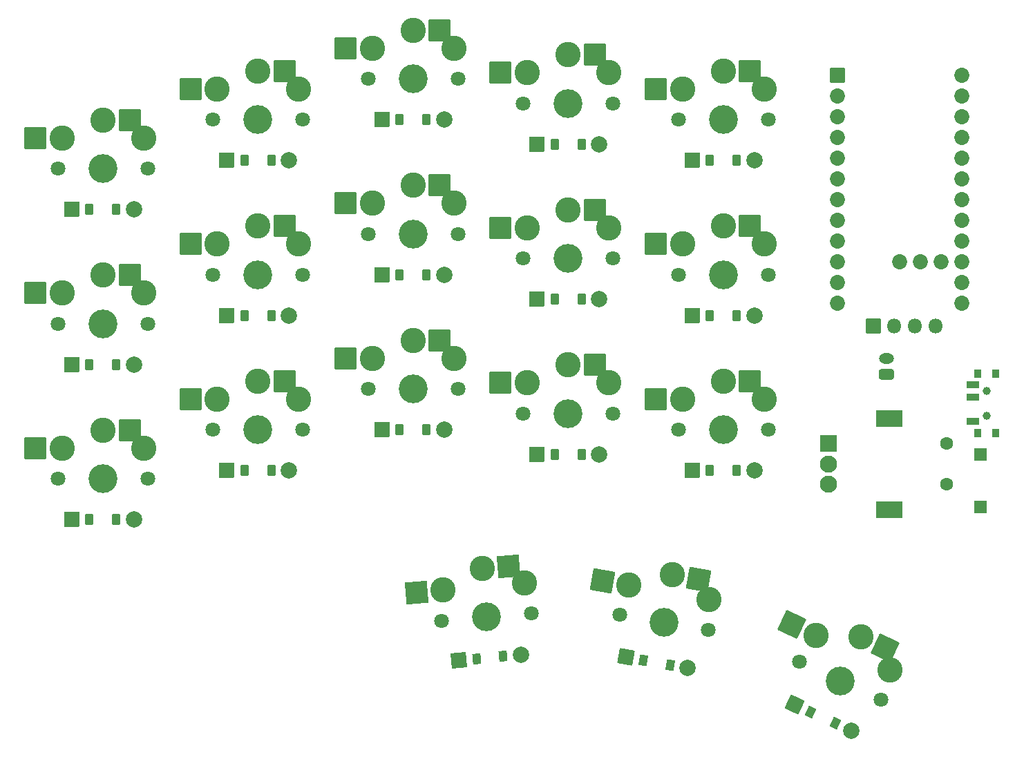
<source format=gbr>
%TF.GenerationSoftware,KiCad,Pcbnew,8.0.1*%
%TF.CreationDate,2024-03-26T11:55:02+01:00*%
%TF.ProjectId,main_board,6d61696e-5f62-46f6-9172-642e6b696361,v1.0.0*%
%TF.SameCoordinates,Original*%
%TF.FileFunction,Soldermask,Top*%
%TF.FilePolarity,Negative*%
%FSLAX46Y46*%
G04 Gerber Fmt 4.6, Leading zero omitted, Abs format (unit mm)*
G04 Created by KiCad (PCBNEW 8.0.1) date 2024-03-26 11:55:02*
%MOMM*%
%LPD*%
G01*
G04 APERTURE LIST*
G04 Aperture macros list*
%AMRoundRect*
0 Rectangle with rounded corners*
0 $1 Rounding radius*
0 $2 $3 $4 $5 $6 $7 $8 $9 X,Y pos of 4 corners*
0 Add a 4 corners polygon primitive as box body*
4,1,4,$2,$3,$4,$5,$6,$7,$8,$9,$2,$3,0*
0 Add four circle primitives for the rounded corners*
1,1,$1+$1,$2,$3*
1,1,$1+$1,$4,$5*
1,1,$1+$1,$6,$7*
1,1,$1+$1,$8,$9*
0 Add four rect primitives between the rounded corners*
20,1,$1+$1,$2,$3,$4,$5,0*
20,1,$1+$1,$4,$5,$6,$7,0*
20,1,$1+$1,$6,$7,$8,$9,0*
20,1,$1+$1,$8,$9,$2,$3,0*%
G04 Aperture macros list end*
%ADD10RoundRect,0.050000X-0.889000X-0.889000X0.889000X-0.889000X0.889000X0.889000X-0.889000X0.889000X0*%
%ADD11RoundRect,0.050000X-0.450000X-0.600000X0.450000X-0.600000X0.450000X0.600000X-0.450000X0.600000X0*%
%ADD12C,2.005000*%
%ADD13RoundRect,0.050000X-1.600000X-1.000000X1.600000X-1.000000X1.600000X1.000000X-1.600000X1.000000X0*%
%ADD14C,1.600000*%
%ADD15RoundRect,0.050000X-1.000000X-1.000000X1.000000X-1.000000X1.000000X1.000000X-1.000000X1.000000X0*%
%ADD16C,2.100000*%
%ADD17C,1.801800*%
%ADD18C,3.100000*%
%ADD19C,3.529000*%
%ADD20RoundRect,0.050000X-1.300000X-1.300000X1.300000X-1.300000X1.300000X1.300000X-1.300000X1.300000X0*%
%ADD21RoundRect,0.050000X-1.505993X-1.054507X1.054507X-1.505993X1.505993X1.054507X-1.054507X1.505993X0*%
%ADD22RoundRect,0.050000X-1.181415X-0.430000X0.430000X-1.181415X1.181415X0.430000X-0.430000X1.181415X0*%
%ADD23RoundRect,0.050000X-0.661409X-0.353606X0.154268X-0.733963X0.661409X0.353606X-0.154268X0.733963X0*%
%ADD24RoundRect,0.050000X-1.181751X-1.408356X1.408356X-1.181751X1.181751X1.408356X-1.408356X1.181751X0*%
%ADD25RoundRect,0.050000X-1.029867X-0.721121X0.721121X-1.029867X1.029867X0.721121X-0.721121X1.029867X0*%
%ADD26RoundRect,0.050000X-0.547352X-0.512743X0.338975X-0.669026X0.547352X0.512743X-0.338975X0.669026X0*%
%ADD27RoundRect,0.050000X0.700000X-0.750000X0.700000X0.750000X-0.700000X0.750000X-0.700000X-0.750000X0*%
%ADD28RoundRect,0.050000X-0.876300X0.876300X-0.876300X-0.876300X0.876300X-0.876300X0.876300X0.876300X0*%
%ADD29C,1.852600*%
%ADD30RoundRect,0.050000X0.850000X0.850000X-0.850000X0.850000X-0.850000X-0.850000X0.850000X-0.850000X0*%
%ADD31O,1.800000X1.800000*%
%ADD32RoundRect,0.050000X-1.727604X-0.628796X0.628796X-1.727604X1.727604X0.628796X-0.628796X1.727604X0*%
%ADD33RoundRect,0.270833X0.654167X-0.379167X0.654167X0.379167X-0.654167X0.379167X-0.654167X-0.379167X0*%
%ADD34O,1.850000X1.300000*%
%ADD35RoundRect,0.050000X0.400000X-0.500000X0.400000X0.500000X-0.400000X0.500000X-0.400000X-0.500000X0*%
%ADD36C,1.000000*%
%ADD37RoundRect,0.050000X0.750000X-0.350000X0.750000X0.350000X-0.750000X0.350000X-0.750000X-0.350000X0*%
%ADD38RoundRect,0.050000X-0.808136X-0.963099X0.963099X-0.808136X0.808136X0.963099X-0.963099X0.808136X0*%
%ADD39RoundRect,0.050000X-0.395994X-0.636937X0.500581X-0.558497X0.395994X0.636937X-0.500581X0.558497X0*%
G04 APERTURE END LIST*
D10*
%TO.C,D3*%
X187190000Y-54250000D03*
D11*
X189350000Y-54250000D03*
X192650000Y-54250000D03*
D12*
X194810000Y-54250000D03*
%TD*%
D13*
%TO.C,ROT1*%
X287380000Y-79860000D03*
X287380000Y-91060000D03*
D14*
X294380000Y-82960000D03*
X294380000Y-87960000D03*
D15*
X279880000Y-82960000D03*
D16*
X279880000Y-87960000D03*
X279880000Y-85460000D03*
%TD*%
D17*
%TO.C,S3*%
X185500000Y-49250000D03*
D18*
X186000000Y-45500000D03*
X191000000Y-43300000D03*
X191000000Y-43300000D03*
D19*
X191000000Y-49250000D03*
D18*
X196000000Y-45500000D03*
D17*
X196500000Y-49250000D03*
D20*
X194275000Y-43300000D03*
X182725000Y-45500000D03*
%TD*%
D17*
%TO.C,S17*%
X254301363Y-103912371D03*
D18*
X255444948Y-100306166D03*
X260751013Y-99007830D03*
X260751013Y-99007830D03*
D19*
X259717806Y-104867436D03*
D18*
X265293025Y-102042648D03*
D17*
X265134249Y-105822501D03*
D21*
X263976258Y-99576528D03*
X252219703Y-99737468D03*
%TD*%
D22*
%TO.C,D18*%
X275759281Y-114933613D03*
D23*
X277716906Y-115846469D03*
X280707722Y-117241109D03*
D12*
X282665347Y-118153965D03*
%TD*%
D17*
%TO.C,S1*%
X185500000Y-87250000D03*
D18*
X186000000Y-83500000D03*
X191000000Y-81300000D03*
X191000000Y-81300000D03*
D19*
X191000000Y-87250000D03*
D18*
X196000000Y-83500000D03*
D17*
X196500000Y-87250000D03*
D20*
X194275000Y-81300000D03*
X182725000Y-83500000D03*
%TD*%
D17*
%TO.C,S16*%
X232498682Y-104689061D03*
D18*
X232669942Y-100909753D03*
X237459176Y-98282346D03*
X237459176Y-98282346D03*
D19*
X237977753Y-104209704D03*
D18*
X242631892Y-100038195D03*
D17*
X243456824Y-103730347D03*
D24*
X240721714Y-97996910D03*
X229407408Y-101195188D03*
%TD*%
D17*
%TO.C,S15*%
X261500000Y-43250000D03*
D18*
X262000000Y-39500000D03*
X267000000Y-37300000D03*
X267000000Y-37300000D03*
D19*
X267000000Y-43250000D03*
D18*
X272000000Y-39500000D03*
D17*
X272500000Y-43250000D03*
D20*
X270275000Y-37300000D03*
X258725000Y-39500000D03*
%TD*%
D10*
%TO.C,D15*%
X263190000Y-48250000D03*
D11*
X265350000Y-48250000D03*
X268650000Y-48250000D03*
D12*
X270810000Y-48250000D03*
%TD*%
D17*
%TO.C,S14*%
X261500000Y-62250000D03*
D18*
X262000000Y-58500000D03*
X267000000Y-56300000D03*
X267000000Y-56300000D03*
D19*
X267000000Y-62250000D03*
D18*
X272000000Y-58500000D03*
D17*
X272500000Y-62250000D03*
D20*
X270275000Y-56300000D03*
X258725000Y-58500000D03*
%TD*%
D17*
%TO.C,S9*%
X223500000Y-38250000D03*
D18*
X224000000Y-34500000D03*
X229000000Y-32300000D03*
X229000000Y-32300000D03*
D19*
X229000000Y-38250000D03*
D18*
X234000000Y-34500000D03*
D17*
X234500000Y-38250000D03*
D20*
X232275000Y-32300000D03*
X220725000Y-34500000D03*
%TD*%
D25*
%TO.C,D17*%
X255097445Y-109129875D03*
D26*
X257224632Y-109504956D03*
X260474498Y-110077994D03*
D12*
X262601685Y-110453075D03*
%TD*%
D10*
%TO.C,D8*%
X225190000Y-62250000D03*
D11*
X227350000Y-62250000D03*
X230650000Y-62250000D03*
D12*
X232810000Y-62250000D03*
%TD*%
D17*
%TO.C,S10*%
X242500000Y-79250000D03*
D18*
X243000000Y-75500000D03*
X248000000Y-73300000D03*
X248000000Y-73300000D03*
D19*
X248000000Y-79250000D03*
D18*
X253000000Y-75500000D03*
D17*
X253500000Y-79250000D03*
D20*
X251275000Y-73300000D03*
X239725000Y-75500000D03*
%TD*%
D10*
%TO.C,D6*%
X206190000Y-48250000D03*
D11*
X208350000Y-48250000D03*
X211650000Y-48250000D03*
D12*
X213810000Y-48250000D03*
%TD*%
D10*
%TO.C,D4*%
X206190000Y-86250000D03*
D11*
X208350000Y-86250000D03*
X211650000Y-86250000D03*
D12*
X213810000Y-86250000D03*
%TD*%
D17*
%TO.C,S4*%
X204500000Y-81250000D03*
D18*
X205000000Y-77500000D03*
X210000000Y-75300000D03*
X210000000Y-75300000D03*
D19*
X210000000Y-81250000D03*
D18*
X215000000Y-77500000D03*
D17*
X215500000Y-81250000D03*
D20*
X213275000Y-75300000D03*
X201725000Y-77500000D03*
%TD*%
D17*
%TO.C,S6*%
X204500000Y-43250000D03*
D18*
X205000000Y-39500000D03*
X210000000Y-37300000D03*
X210000000Y-37300000D03*
D19*
X210000000Y-43250000D03*
D18*
X215000000Y-39500000D03*
D17*
X215500000Y-43250000D03*
D20*
X213275000Y-37300000D03*
X201725000Y-39500000D03*
%TD*%
D10*
%TO.C,D5*%
X206190000Y-67250000D03*
D11*
X208350000Y-67250000D03*
X211650000Y-67250000D03*
D12*
X213810000Y-67250000D03*
%TD*%
D10*
%TO.C,D12*%
X244190000Y-46250000D03*
D11*
X246350000Y-46250000D03*
X249650000Y-46250000D03*
D12*
X251810000Y-46250000D03*
%TD*%
D27*
%TO.C,S19*%
X298500000Y-90750000D03*
X298500000Y-84250000D03*
%TD*%
D17*
%TO.C,S11*%
X242500000Y-60250000D03*
D18*
X243000000Y-56500000D03*
X248000000Y-54300000D03*
X248000000Y-54300000D03*
D19*
X248000000Y-60250000D03*
D18*
X253000000Y-56500000D03*
D17*
X253500000Y-60250000D03*
D20*
X251275000Y-54300000D03*
X239725000Y-56500000D03*
%TD*%
D10*
%TO.C,D1*%
X187190000Y-92250000D03*
D11*
X189350000Y-92250000D03*
X192650000Y-92250000D03*
D12*
X194810000Y-92250000D03*
%TD*%
D10*
%TO.C,D9*%
X225190000Y-43250000D03*
D11*
X227350000Y-43250000D03*
X230650000Y-43250000D03*
D12*
X232810000Y-43250000D03*
%TD*%
D17*
%TO.C,S8*%
X223500000Y-57250000D03*
D18*
X224000000Y-53500000D03*
X229000000Y-51300000D03*
X229000000Y-51300000D03*
D19*
X229000000Y-57250000D03*
D18*
X234000000Y-53500000D03*
D17*
X234500000Y-57250000D03*
D20*
X232275000Y-51300000D03*
X220725000Y-53500000D03*
%TD*%
D10*
%TO.C,D10*%
X244190000Y-84250000D03*
D11*
X246350000Y-84250000D03*
X249650000Y-84250000D03*
D12*
X251810000Y-84250000D03*
%TD*%
D28*
%TO.C,MCU1*%
X280980000Y-37780000D03*
D29*
X280980000Y-40320000D03*
X280980000Y-42860000D03*
X280980000Y-45400000D03*
X280980000Y-47940000D03*
X280980000Y-50480000D03*
X280980000Y-53020000D03*
X280980000Y-55560000D03*
X280980000Y-58100000D03*
X280980000Y-60640000D03*
X280980000Y-63180000D03*
X280980000Y-65720000D03*
X296220000Y-37780000D03*
X296220000Y-40320000D03*
X296220000Y-42860000D03*
X296220000Y-45400000D03*
X296220000Y-47940000D03*
X296220000Y-50480000D03*
X296220000Y-53020000D03*
X296220000Y-55560000D03*
X296220000Y-58100000D03*
X296220000Y-60640000D03*
X296220000Y-63180000D03*
X296220000Y-65720000D03*
X293680000Y-60640000D03*
X291140000Y-60640000D03*
X288600000Y-60640000D03*
%TD*%
D17*
%TO.C,S7*%
X223500000Y-76250000D03*
D18*
X224000000Y-72500000D03*
X229000000Y-70300000D03*
X229000000Y-70300000D03*
D19*
X229000000Y-76250000D03*
D18*
X234000000Y-72500000D03*
D17*
X234500000Y-76250000D03*
D20*
X232275000Y-70300000D03*
X220725000Y-72500000D03*
%TD*%
D30*
%TO.C,OLED1*%
X285380000Y-68500000D03*
D31*
X287920000Y-68500000D03*
X290460000Y-68500000D03*
X293000000Y-68500000D03*
%TD*%
D17*
%TO.C,S18*%
X276340712Y-109687850D03*
D18*
X278378685Y-106500504D03*
X283839984Y-106619719D03*
X283839984Y-106619719D03*
D19*
X281325405Y-112012250D03*
D18*
X287441762Y-110726687D03*
D17*
X286310098Y-114336650D03*
D32*
X286808142Y-108003793D03*
X275410527Y-105116430D03*
%TD*%
D33*
%TO.C,_1*%
X287050000Y-74500000D03*
D34*
X287050000Y-72500000D03*
%TD*%
D10*
%TO.C,D14*%
X263190000Y-67250000D03*
D11*
X265350000Y-67250000D03*
X268650000Y-67250000D03*
D12*
X270810000Y-67250000D03*
%TD*%
D10*
%TO.C,D13*%
X263190000Y-86250000D03*
D11*
X265350000Y-86250000D03*
X268650000Y-86250000D03*
D12*
X270810000Y-86250000D03*
%TD*%
D17*
%TO.C,S13*%
X261500000Y-81250000D03*
D18*
X262000000Y-77500000D03*
X267000000Y-75300000D03*
X267000000Y-75300000D03*
D19*
X267000000Y-81250000D03*
D18*
X272000000Y-77500000D03*
D17*
X272500000Y-81250000D03*
D20*
X270275000Y-75300000D03*
X258725000Y-77500000D03*
%TD*%
D10*
%TO.C,D7*%
X225190000Y-81250000D03*
D11*
X227350000Y-81250000D03*
X230650000Y-81250000D03*
D12*
X232810000Y-81250000D03*
%TD*%
D17*
%TO.C,S2*%
X185500000Y-68250000D03*
D18*
X186000000Y-64500000D03*
X191000000Y-62300000D03*
X191000000Y-62300000D03*
D19*
X191000000Y-68250000D03*
D18*
X196000000Y-64500000D03*
D17*
X196500000Y-68250000D03*
D20*
X194275000Y-62300000D03*
X182725000Y-64500000D03*
%TD*%
D35*
%TO.C,T1*%
X298220000Y-81650000D03*
X300430000Y-81650000D03*
D36*
X299330000Y-79500000D03*
X299330000Y-79500000D03*
X299330000Y-76500000D03*
X299330000Y-76500000D03*
D37*
X297570000Y-75750000D03*
D35*
X298220000Y-74350000D03*
X300430000Y-74350000D03*
D37*
X297570000Y-80250000D03*
X297570000Y-77250000D03*
%TD*%
D10*
%TO.C,D2*%
X187190000Y-73250000D03*
D11*
X189350000Y-73250000D03*
X192650000Y-73250000D03*
D12*
X194810000Y-73250000D03*
%TD*%
D17*
%TO.C,S12*%
X242500000Y-41250000D03*
D18*
X243000000Y-37500000D03*
X248000000Y-35300000D03*
X248000000Y-35300000D03*
D19*
X248000000Y-41250000D03*
D18*
X253000000Y-37500000D03*
D17*
X253500000Y-41250000D03*
D20*
X251275000Y-35300000D03*
X239725000Y-37500000D03*
%TD*%
D17*
%TO.C,S5*%
X204500000Y-62250000D03*
D18*
X205000000Y-58500000D03*
X210000000Y-56300000D03*
X210000000Y-56300000D03*
D19*
X210000000Y-62250000D03*
D18*
X215000000Y-58500000D03*
D17*
X215500000Y-62250000D03*
D20*
X213275000Y-56300000D03*
X201725000Y-58500000D03*
%TD*%
D10*
%TO.C,D11*%
X244190000Y-65250000D03*
D11*
X246350000Y-65250000D03*
X249650000Y-65250000D03*
D12*
X251810000Y-65250000D03*
%TD*%
D38*
%TO.C,D16*%
X234618030Y-109522740D03*
D39*
X236769811Y-109334484D03*
X240057253Y-109046870D03*
D12*
X242209034Y-108858614D03*
%TD*%
M02*

</source>
